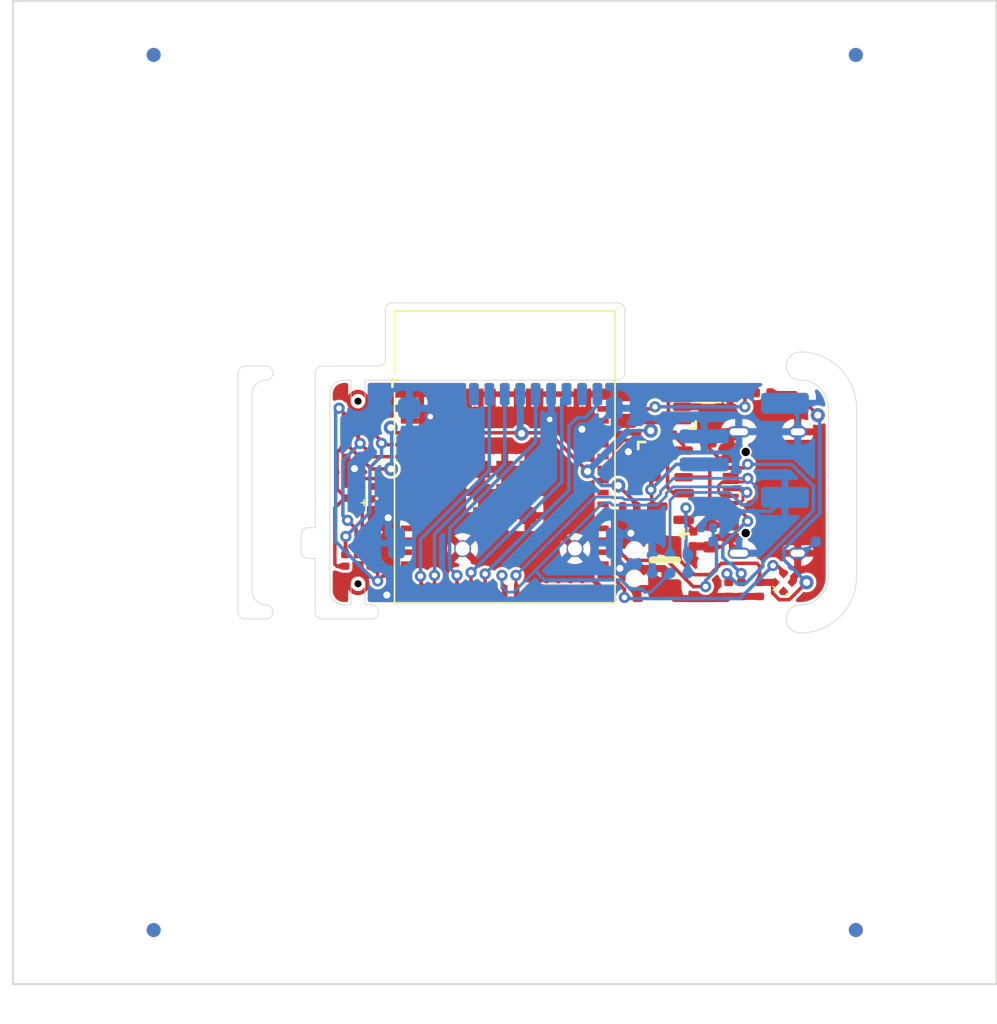
<source format=kicad_pcb>
(kicad_pcb (version 20240108) (generator "pcbnew") (generator_version "8.0")
  (title_block (title "PCB-AUDIO") (rev "1") (company "Adrian Kennard, Andrews & Arnold Ltd"))
  (layers (0 "F.Cu" signal) (31 "B.Cu" signal) (34 "B.Paste" user) (35 "F.Paste" user) (36 "B.SilkS" user "B.Silkscreen") (37 "F.SilkS" user "F.Silkscreen") (38 "B.Mask" user) (39 "F.Mask" user) (44 "Edge.Cuts" user))
  (net 0 "")
  (net 1 "GND")
  (net 2 "+3V3")
  (net 3 "Net-(J5-CC1)")
  (net 4 "D+")
  (net 5 "D-")
  (net 7 "Net-(J5-CC2)")
  (net 9 "Net-(U6-EN)")
  (net 20 "BLINK")
  (net 27 "VBAT")
  (net 37 "Net-(D3-K)")
  (net 38 "VBUS")
  (net 39 "WS")
  (net 40 "SD")
  (net 41 "SCK")
  (net 42 "Net-(U3-PROG)")
  (net 43 "CHARGING")
  (net 46 "SDSCK")
  (net 47 "SDCD")
  (net 48 "SDSS")
  (net 51 "SDMOSI")
  (net 52 "SDMISO")
  (net 54 "BUTTON")
  (net 56 "BLINK2")
  (footprint "RevK:SOT-23-5" (layer "F.Cu") (at 111.6 97.9625)
    (property "Reference" "U3" (hide yes))
    (property "Value" "TP4054")
  )
  (footprint "RevK:Shadow" (layer "F.Cu") (at 101.55 98)
    (property "Reference" "REF**" (hide yes))
    (property "Value" "Shadow")
  )
  (footprint "RevK:C_0603" (layer "F.Cu") (at 114.6 103.1 -90)
    (property "Reference" "C5" (hide yes))
    (property "Value" "10uF 35V")
  )
  (footprint "RevK:SMD1010" (layer "F.Cu") (at 90.1 100 180)
    (property "Reference" "D5" (hide yes))
    (property "Value" "XL-1010RGBC-WS2812B" (hide yes))
  )
  (footprint "RevK:VCUT70N" (layer "F.Cu") (at 100 92)
    (property "Reference" "V1" (hide yes))
    (property "Value" "~")
  )
  (footprint "RevK:C_0402" (layer "F.Cu") (at 88.7 97 90)
    (property "Reference" "C8" (hide yes))
    (property "Value" "100nF" (hide yes))
  )
  (footprint "RevK:C_0402" (layer "F.Cu") (at 90.5 103 -90)
    (property "Reference" "C13" (hide yes))
    (property "Value" "100nF" (hide yes))
  )
  (footprint "RevK:R_0402" (layer "F.Cu") (at 118.4 92.9 180)
    (property "Reference" "R2" (hide yes))
    (property "Value" "10K" (hide yes))
  )
  (footprint "RevK:CP_EIA-3528-21_Kemet-B" (layer "F.Cu") (at 111.4 105.3 90)
    (property "Reference" "C1" (hide yes))
    (property "Value" "220uF Tant")
  )
  (footprint "RevK:SOT-23-5" (layer "F.Cu") (at 111.5 93.9 180)
    (property "Reference" "U4" (hide yes))
    (property "Value" "ME6211C33M5G-N")
  )
  (footprint "RevK:C_0402" (layer "F.Cu") (at 118.15 106.9 -90)
    (property "Reference" "C4" (hide yes))
    (property "Value" "100nF" (hide yes))
  )
  (footprint "RevK:ICS43434_MEMS_Mic" (layer "F.Cu") (at 89.55 105.715 -90)
    (property "Reference" "U2" (hide yes))
    (property "Value" "R")
  )
  (footprint "RevK:USB-C-Socket-H" (layer "F.Cu") (at 117.16 100 90)
    (property "Reference" "J5" (hide yes))
    (property "Value" "USB-C-Socket-H")
  )
  (footprint "RevK:R_0402" (layer "F.Cu") (at 112.5 95.9 180)
    (property "Reference" "R1" (hide yes))
    (property "Value" "10K" (hide yes))
  )
  (footprint "RevK:SMD1010" (layer "F.Cu") (at 119.847638 106.4 135)
    (property "Reference" "D1" (hide yes))
    (property "Value" "XL-1010RGBC-WS2812B" (hide yes))
  )
  (footprint "RevK:C_0402" (layer "F.Cu") (at 116.55 92.9 180)
    (property "Reference" "C9" (hide yes))
    (property "Value" "1uF" (hide yes))
  )
  (footprint "RevK:D_SOD-123" (layer "F.Cu") (at 114.5 94.7 -90)
    (property "Reference" "D3" (hide yes))
    (property "Value" "MBR0530")
  )
  (footprint "RevK:DFN1006-2L" (layer "F.Cu") (at 109 98.525 -90)
    (property "Reference" "D2" (hide yes))
    (property "Value" "~")
  )
  (footprint "RevK:PCB7070" (layer "F.Cu") (at 100 100)
    (property "Reference" "PCB1" (hide yes))
    (property "Value" "70x70" (hide yes))
    (fp_line (start -35 -35) (end 35 -35) (stroke (width 0.12)) (layer "Edge.Cuts"))
    (fp_line (start -35 35) (end -35 -35) (stroke (width 0.12)) (layer "Edge.Cuts"))
    (fp_line (start 35 -35) (end 35 35) (stroke (width 0.12)) (layer "Edge.Cuts"))
    (fp_line (start 35 35) (end -35 35) (stroke (width 0.12)) (layer "Edge.Cuts"))
  )
  (footprint "RevK:C_0603" (layer "F.Cu") (at 109.2 102.2 180)
    (property "Reference" "C3" (hide yes))
    (property "Value" "22uF")
  )
  (footprint "RevK:R_0402" (layer "F.Cu") (at 116.85 106.9 -90)
    (property "Reference" "R5" (hide yes))
    (property "Value" "5K1" (hide yes))
  )
  (footprint "RevK:ICS43434_MEMS_Mic" (layer "F.Cu") (at 89.55 94.285 90)
    (property "Reference" "U1" (hide yes))
    (property "Value" "L")
  )
  (footprint "RevK:C_0402" (layer "F.Cu") (at 108.9 101 180)
    (property "Reference" "C2" (hide yes))
    (property "Value" "100nF" (hide yes))
  )
  (footprint "RevK:R_0402" (layer "F.Cu") (at 115.95 106.9 90)
    (property "Reference" "R6" (hide yes))
    (property "Value" "5K1" (hide yes))
  )
  (footprint "RevK:SOT-23" (layer "F.Cu") (at 111.8 101 180)
    (property "Reference" "Q2" (hide yes))
    (property "Value" "CJ2301")
  )
  (footprint "RevK:C_0805" (layer "F.Cu") (at 108.7 93.85 90)
    (property "Reference" "C16" (hide yes))
    (property "Value" "100uF")
  )
  (footprint "RevK:C_0402" (layer "F.Cu") (at 88.7 99.9 90)
    (property "Reference" "C6" (hide yes))
    (property "Value" "100nF" (hide yes))
  )
  (footprint "RevK:R_0402" (layer "F.Cu") (at 113.4 103.3 -90)
    (property "Reference" "R8" (hide yes))
    (property "Value" "10K" (hide yes))
  )
  (footprint "RevK:ESP32-S3-MINI-1" (layer "F.Cu") (at 100 100)
    (property "Reference" "U6" (hide yes))
    (property "Value" "ESP32-S3-MINI-1" (hide yes))
  )
  (footprint "RevK:DFN1006-2L" (layer "B.Cu") (at 114.4 102.5 180)
    (property "Reference" "D4" (hide yes))
    (property "Value" "~")
  )
  (footprint "RevK:TF_PUSH" (layer "B.Cu") (at 100.05 100.75 180)
    (property "Reference" "J4" (hide yes))
    (property "Value" "TF_PUSH")
  )
  (footprint "RevK:TS-1092S-B3D2-G" (layer "B.Cu") (at 118.5 103.5 180)
    (property "Reference" "SW1" (hide yes))
    (property "Value" "SW_Push")
  )
  (footprint "RevK:VCUT70N" (layer "B.Cu") (at 100 108)
    (property "Reference" "V2" (hide yes))
    (property "Value" "~")
  )
  (footprint "RevK:Tag-Connect_TC2030-IDC-NL_2x03_P1.27mm_Vertical" (layer "B.Cu") (at 111.77 105.1 180)
    (property "Reference" "J3" (hide yes))
    (property "Value" "TC2030-USB-NL-DS")
  )
  (footprint "RevK:JST_PH_S2B-PH-SM4-TB_1x02-1MP_P2.00mm_Horizontal" (layer "B.Cu") (at 117.05 97 -90)
    (property "Reference" "J1" (hide yes))
    (property "Value" "JST-PH-SM4-TB")
  )
  (gr_arc (start 82 93) (mid 82.292893 92.292893) (end 83 92) (stroke (width 0.05)) (layer "Edge.Cuts"))
  (gr_line (start 108.55 87) (end 108.55 91.5) (stroke (width 0.05)) (layer "Edge.Cuts"))
  (gr_line (start 90.525 108.000001) (end 90.05 108) (stroke (width 0.05)) (layer "Edge.Cuts"))
  (gr_line (start 89.05 93.5) (end 89.05 92) (stroke (width 0.05)) (layer "Edge.Cuts"))
  (gr_line (start 86.5 102.5) (end 86.5 91.5) (stroke (width 0.05)) (layer "Edge.Cuts"))
  (gr_arc (start 91.5 90.5) (mid 91.353553 90.853553) (end 91 91) (stroke (width 0.05)) (layer "Edge.Cuts"))
  (gr_arc (start 121.05 110) (mid 120.05 109) (end 121.05 108) (stroke (width 0.05)) (layer "Edge.Cuts"))
  (gr_line (start 90.5 109.000624) (end 87 109) (stroke (width 0.05)) (layer "Edge.Cuts"))
  (gr_arc (start 90.05 93.5) (mid 89.55 94) (end 89.05 93.5) (stroke (width 0.05)) (layer "Edge.Cuts"))
  (gr_line (start 90.05 106.5) (end 90.05 108) (stroke (width 0.05)) (layer "Edge.Cuts"))
  (gr_arc (start 89.05 106.5) (mid 89.55 106) (end 90.05 106.5) (stroke (width 0.05)) (layer "Edge.Cuts"))
  (gr_line (start 87.55 93) (end 87.55 107) (stroke (width 0.05)) (layer "Edge.Cuts"))
  (gr_line (start 82 107) (end 82 93) (stroke (width 0.05)) (layer "Edge.Cuts"))
  (gr_arc (start 91.5 87) (mid 91.646447 86.646447) (end 92 86.5) (stroke (width 0.05)) (layer "Edge.Cuts"))
  (gr_arc (start 87 109) (mid 86.646447 108.853553) (end 86.5 108.5) (stroke (width 0.05)) (layer "Edge.Cuts"))
  (gr_arc (start 83 108) (mid 83.5 108.5) (end 83 109) (stroke (width 0.05)) (layer "Edge.Cuts"))
  (gr_arc (start 88.55 108) (mid 87.842893 107.707107) (end 87.55 107) (stroke (width 0.05)) (layer "Edge.Cuts"))
  (gr_line (start 83 91) (end 81.5 91) (stroke (width 0.05)) (layer "Edge.Cuts"))
  (gr_arc (start 83 91) (mid 83.5 91.5) (end 83 92) (stroke (width 0.05)) (layer "Edge.Cuts"))
  (gr_arc (start 125.05 106) (mid 123.878427 108.828427) (end 121.05 110) (stroke (width 0.05)) (layer "Edge.Cuts"))
  (gr_arc (start 108.05 86.5) (mid 108.403553 86.646447) (end 108.55 87) (stroke (width 0.05)) (layer "Edge.Cuts"))
  (gr_arc (start 121.05 92) (mid 122.464214 92.585786) (end 123.05 94) (stroke (width 0.05)) (layer "Edge.Cuts"))
  (gr_line (start 89.05 108) (end 88.55 108) (stroke (width 0.05)) (layer "Edge.Cuts"))
  (gr_line (start 81 108.5) (end 81 91.5) (stroke (width 0.05)) (layer "Edge.Cuts"))
  (gr_arc (start 86.5 91.5) (mid 86.599831 91.200226) (end 86.859458 91.020159) (stroke (width 0.05)) (layer "Edge.Cuts"))
  (gr_line (start 86.5 102.5) (end 86 102.5) (stroke (width 0.05)) (layer "Edge.Cuts"))
  (gr_line (start 86 104.7) (end 86.5 104.7) (stroke (width 0.05)) (layer "Edge.Cuts"))
  (gr_line (start 85.5 103) (end 85.5 104.2) (stroke (width 0.05)) (layer "Edge.Cuts"))
  (gr_line (start 91 91) (end 86.859458 91.020159) (stroke (width 0.05)) (layer "Edge.Cuts"))
  (gr_arc (start 85.5 103) (mid 85.646447 102.646447) (end 86 102.5) (stroke (width 0.05)) (layer "Edge.Cuts"))
  (gr_line (start 89.05 106.5) (end 89.05 108) (stroke (width 0.05)) (layer "Edge.Cuts"))
  (gr_arc (start 83 108) (mid 82.292893 107.707107) (end 82 107) (stroke (width 0.05)) (layer "Edge.Cuts"))
  (gr_arc (start 87.55 93) (mid 87.842893 92.292893) (end 88.55 92) (stroke (width 0.05)) (layer "Edge.Cuts"))
  (gr_arc (start 121.05 92) (mid 120.05 91) (end 121.05 90) (stroke (width 0.05)) (layer "Edge.Cuts"))
  (gr_arc (start 123.05 106) (mid 122.464214 107.414214) (end 121.05 108) (stroke (width 0.05)) (layer "Edge.Cuts"))
  (gr_arc (start 86 104.7) (mid 85.646447 104.553553) (end 85.5 104.2) (stroke (width 0.05)) (layer "Edge.Cuts"))
  (gr_line (start 123.05 94) (end 123.05 106) (stroke (width 0.05)) (layer "Edge.Cuts"))
  (gr_line (start 86.5 104.7) (end 86.5 108.5) (stroke (width 0.05)) (layer "Edge.Cuts"))
  (gr_line (start 89.05 92) (end 88.55 92) (stroke (width 0.05)) (layer "Edge.Cuts"))
  (gr_line (start 90.05 92) (end 108.05 92) (stroke (width 0.05)) (layer "Edge.Cuts"))
  (gr_line (start 81.5 109) (end 83 109) (stroke (width 0.05)) (layer "Edge.Cuts"))
  (gr_line (start 92 86.5) (end 108.05 86.5) (stroke (width 0.05)) (layer "Edge.Cuts"))
  (gr_line (start 125.05 106) (end 125.05 94) (stroke (width 0.05)) (layer "Edge.Cuts"))
  (gr_arc (start 121.05 90) (mid 123.878427 91.171573) (end 125.05 94) (stroke (width 0.05)) (layer "Edge.Cuts"))
  (gr_line (start 91.5 87) (end 91.5 90.5) (stroke (width 0.05)) (layer "Edge.Cuts"))
  (gr_line (start 90.05 93.5) (end 90.05 92) (stroke (width 0.05)) (layer "Edge.Cuts"))
  (gr_arc (start 81 91.5) (mid 81.146447 91.146447) (end 81.5 91) (stroke (width 0.05)) (layer "Edge.Cuts"))
  (gr_arc (start 81.5 109) (mid 81.146447 108.853553) (end 81 108.5) (stroke (width 0.05)) (layer "Edge.Cuts"))
  (gr_arc (start 90.525 108.000001) (mid 91.000467 108.512504) (end 90.5 109.000624) (stroke (width 0.05)) (layer "Edge.Cuts"))
  (gr_arc (start 108.55 91.5) (mid 108.403553 91.853553) (end 108.05 92) (stroke (width 0.05)) (layer "Edge.Cuts"))
  (segment (start 110.4625 97.9625) (end 109.1375 97.9625) (width 0.25) (layer "F.Cu") (net 1))
  (segment (start 120.448679 106.4) (end 120.448679 105.976217) (width 0.25) (layer "F.Cu") (net 1))
  (segment (start 120.86 105.564896) (end 120.86 104.32) (width 0.25) (layer "F.Cu") (net 1))
  (segment (start 116.09 96.26) (end 116.67 95.68) (width 0.25) (layer "F.Cu") (net 1))
  (segment (start 112.1125 107.55) (end 115.8 107.55) (width 0.5) (layer "F.Cu") (net 1))
  (segment (start 115.8 107.55) (end 115.95 107.4) (width 0.5) (layer "F.Cu") (net 1))
  (segment (start 116.09 96.8) (end 116.09 96.26) (width 0.25) (layer "F.Cu") (net 1))
  (segment (start 88.7 98.9) (end 89.3 98.3) (width 0.25) (layer "F.Cu") (net 1))
  (segment (start 88.7 99.4) (end 88.7 98.9) (width 0.25) (layer "F.Cu") (net 1))
  (segment (start 116.09 103.74) (end 116.67 104.32) (width 0.25) (layer "F.Cu") (net 1))
  (segment (start 108.425 102.346231) (end 108.978474 102.899705) (width 0.5) (layer "F.Cu") (net 1))
  (segment (start 109 97.3) (end 108.8 97.1) (width 0.5) (layer "F.Cu") (net 1))
  (segment (start 91 102.5) (end 91.7 101.8) (width 0.5) (layer "F.Cu") (net 1))
  (segment (start 108.316 105.284) (end 108.2 105.4) (width 0.25) (layer "F.Cu") (net 1))
  (segment (start 91.8 107) (end 91.6 107.2) (width 0.5) (layer "F.Cu") (net 1))
  (segment (start 109.1375 97.9625) (end 109 98.1) (width 0.25) (layer "F.Cu") (net 1))
  (segment (start 111.4 106.8375) (end 109.8465 105.284) (width 0.25) (layer "F.Cu") (net 1))
  (segment (start 120.448679 105.976217) (end 120.86 105.564896) (width 0.25) (layer "F.Cu") (net 1))
  (segment (start 90.5 102.5) (end 91 102.5) (width 0.5) (layer "F.Cu") (net 1))
  (segment (start 109.8465 105.284) (end 108.316 105.284) (width 0.25) (layer "F.Cu") (net 1))
  (segment (start 113.325 95.575) (end 116.565 95.575) (width 0.25) (layer "F.Cu") (net 1))
  (segment (start 113 95.9) (end 113.325 95.575) (width 0.25) (layer "F.Cu") (net 1))
  (segment (start 108.425 102.2) (end 108.425 102.346231) (width 0.5) (layer "F.Cu") (net 1))
  (segment (start 91.6 107.2) (end 91.6 107.3) (width 0.5) (layer "F.Cu") (net 1))
  (segment (start 116.565 95.575) (end 116.67 95.68) (width 0.25) (layer "F.Cu") (net 1))
  (segment (start 111.4 106.8375) (end 112.1125 107.55) (width 0.5) (layer "F.Cu") (net 1))
  (segment (start 115.415 103.875) (end 116.09 103.2) (width 0.25) (layer "F.Cu") (net 1))
  (segment (start 109 98.1) (end 109 97.3) (width 0.5) (layer "F.Cu") (net 1))
  (segment (start 93 107) (end 91.8 107) (width 0.5) (layer "F.Cu") (net 1))
  (segment (start 116.09 103.2) (end 116.09 103.74) (width 0.25) (layer "F.Cu") (net 1))
  (segment (start 114.6 103.875) (end 115.415 103.875) (width 0.25) (layer "F.Cu") (net 1))
  (via (at 103.2 94.8) (size 0.8) (drill 0.4) (layers "F.Cu" "B.Cu") (net 1))
  (via (at 105.5 95.5) (size 1) (drill 0.5) (layers "F.Cu" "B.Cu") (net 1))
  (via (at 91.6 107.3) (size 1) (drill 0.5) (layers "F.Cu" "B.Cu") (net 1))
  (via (at 108.8 97.1) (size 1) (drill 0.5) (layers "F.Cu" "B.Cu") (net 1))
  (via (at 91.7 101.8) (size 1) (drill 0.5) (layers "F.Cu" "B.Cu") (net 1))
  (via (at 108.2 105.4) (size 1) (drill 0.5) (layers "F.Cu" "B.Cu") (net 1))
  (via (at 108.978474 102.899705) (size 1) (drill 0.5) (layers "F.Cu" "B.Cu") (net 1))
  (via (at 94.7 94.6) (size 0.8) (drill 0.4) (layers "F.Cu" "B.Cu") (net 1))
  (via (at 89.3 98.3) (size 1) (drill 0.5) (layers "F.Cu" "B.Cu") (net 1))
  (segment (start 121.33 104.32) (end 122.15 103.5) (width 0.25) (layer "B.Cu") (net 1))
  (segment (start 108.978474 102.899705) (end 108.500295 102.899705) (width 0.5) (layer "B.Cu") (net 1))
  (segment (start 120.86 95.68) (end 120.86 94.56) (width 0.25) (layer "B.Cu") (net 1))
  (segment (start 108.500295 102.899705) (end 107.8 103.6) (width 0.5) (layer "B.Cu") (net 1))
  (segment (start 119.95 100.35) (end 118.973703 101.326297) (width 0.25) (layer "B.Cu") (net 1))
  (segment (start 91.7 101.8) (end 91.7 103) (width 0.5) (layer "B.Cu") (net 1))
  (segment (start 92.100001 94) (end 93.2 94) (width 0.25) (layer "B.Cu") (net 1))
  (segment (start 90.427474 97.172526) (end 90.427474 95.672527) (width 0.25) (layer "B.Cu") (net 1))
  (segment (start 114.823704 101.326297) (end 113.975 102.175001) (width 0.25) (layer "B.Cu") (net 1))
  (segment (start 108.2 104) (end 107.8 103.6) (width 0.25) (layer "B.Cu") (net 1))
  (segment (start 120.86 94.56) (end 119.95 93.65) (width 0.25) (layer "B.Cu") (net 1))
  (segment (start 91.6 107.3) (end 91.7 107.2) (width 0.5) (layer "B.Cu") (net 1))
  (segment (start 91.7 107.2) (end 93.8 107.2) (width 0.5) (layer "B.Cu") (net 1))
  (segment (start 106.3 95.5) (end 105.5 95.5) (width 0.25) (layer "B.Cu") (net 1))
  (segment (start 90.427474 95.672527) (end 92.100001 94) (width 0.25) (layer "B.Cu") (net 1))
  (segment (start 107.8 94) (end 106.3 95.5) (width 0.25) (layer "B.Cu") (net 1))
  (segment (start 91.7 103) (end 92.3 103.6) (width 0.5) (layer "B.Cu") (net 1))
  (segment (start 113.975 102.175001) (end 113.975 102.5) (width 0.25) (layer "B.Cu") (net 1))
  (segment (start 89.3 98.3) (end 90.427474 97.172526) (width 0.25) (layer "B.Cu") (net 1))
  (segment (start 118.973703 101.326297) (end 114.823704 101.326297) (width 0.25) (layer "B.Cu") (net 1))
  (segment (start 120.86 104.32) (end 121.33 104.32) (width 0.25) (layer "B.Cu") (net 1))
  (segment (start 108.2 105.4) (end 108.2 104) (width 0.25) (layer "B.Cu") (net 1))
  (segment (start 111.4 103.7625) (end 113.4875 105.85) (width 0.25) (layer "F.Cu") (net 2))
  (segment (start 88.977474 96.80261) (end 90.499864 98.325) (width 0.25) (layer "F.Cu") (net 2))
  (segment (start 110.3625 95.5625) (end 110.4 95.6) (width 0.25) (layer "F.Cu") (net 2))
  (segment (start 88.7 95.624) (end 88.65 95.574) (width 0.25) (layer "F.Cu") (net 2))
  (segment (start 119.076891 107.161235) (end 119.076891 106.569706) (width 0.25) (layer "F.Cu") (net 2))
  (segment (start 109.4 100.820935) (end 108.08639 99.507325) (width 0.25) (layer "F.Cu") (net 2))
  (segment (start 110.3625 94.85) (end 108.75 94.85) (width 0.25) (layer "F.Cu") (net 2))
  (segment (start 109.975 102.3375) (end 111.4 103.7625) (width 0.5) (layer "F.Cu") (net 2))
  (segment (start 121.48809 106.4) (end 120.260728 107.627362) (width 0.25) (layer "F.Cu") (net 2))
  (segment (start 119.076891 106.569706) (end 119.246597 106.4) (width 0.25) (layer "F.Cu") (net 2))
  (segment (start 115.42566 105.045) (end 117.955 105.045) (width 0.25) (layer "F.Cu") (net 2))
  (segment (start 118.15 105.24) (end 118.15 106.4) (width 0.25) (layer "F.Cu") (net 2))
  (segment (start 120.697102 92.9) (end 122.290792 94.49369) (width 0.25) (layer "F.Cu") (net 2))
  (segment (start 103.149998 95.75) (end 105.899998 98.5) (width 0.25) (layer "F.Cu") (net 2))
  (segment (start 88.7 96.5) (end 88.7 95.624) (width 0.25) (layer "F.Cu") (net 2))
  (segment (start 88.575 100.425) (end 88.5 100.5) (width 0.25) (layer "F.Cu") (net 2))
  (segment (start 109.975 102.2) (end 109.975 102.3375) (width 0.5) (layer "F.Cu") (net 2))
  (segment (start 87.9 105.1) (end 87.9 101.1) (width 0.25) (layer "F.Cu") (net 2))
  (segment (start 114.62066 105.85) (end 115.42566 105.045) (width 0.25) (layer "F.Cu") (net 2))
  (segment (start 89.575 100.425) (end 88.575 100.425) (width 0.25) (layer "F.Cu") (net 2))
  (segment (start 109.4 101) (end 109.4 101.625) (width 0.5) (layer "F.Cu") (net 2))
  (segment (start 88.055 98.5) (end 88.115 98.56) (width 0.25) (layer "F.Cu") (net 2))
  (segment (start 91.665 98.56) (end 91.9 98.325) (width 0.25) (layer "F.Cu") (net 2))
  (segment (start 109.4 101.625) (end 109.975 102.2) (width 0.5) (layer "F.Cu") (net 2))
  (segment (start 108.75 94.85) (end 108.7 94.9) (width 0.25) (layer "F.Cu") (net 2))
  (segment (start 113.4875 105.85) (end 114.62066 105.85) (width 0.25) (layer "F.Cu") (net 2))
  (segment (start 88.055 99.755) (end 88.055 98.8) (width 0.25) (layer "F.Cu") (net 2))
  (segment (start 88.7 100.4) (end 88.055 99.755) (width 0.25) (layer "F.Cu") (net 2))
  (segment (start 89.855 100.705) (end 89.855 102.855) (width 0.25) (layer "F.Cu") (net 2))
  (segment (start 88.055 97.145) (end 88.7 96.5) (width 0.25) (layer "F.Cu") (net 2))
  (segment (start 88.7 96.5) (end 88.977474 96.777474) (width 0.25) (layer "F.Cu") (net 2))
  (segment (start 92.25 95.75) (end 91.883364 95.383364) (width 0.25) (layer "F.Cu") (net 2))
  (segment (start 93 95.75) (end 103.149998 95.75) (width 0.25) (layer "F.Cu") (net 2))
  (segment (start 109.4 101) (end 109.4 100.820935) (width 0.25) (layer "F.Cu") (net 2))
  (segment (start 119.543018 107.627362) (end 119.076891 107.161235) (width 0.25) (layer "F.Cu") (net 2))
  (segment (start 118.9 92.9) (end 120.697102 92.9) (width 0.25) (layer "F.Cu") (net 2))
  (segment (start 90.499864 98.325) (end 91.9 98.325) (width 0.25) (layer "F.Cu") (net 2))
  (segment (start 87.9 101.1) (end 88.5 100.5) (width 0.25) (layer "F.Cu") (net 2))
  (segment (start 88.977474 96.777474) (end 88.977474 96.80261) (width 0.25) (layer "F.Cu") (net 2))
  (segment (start 90.5 103.5) (end 90.5 104.376) (width 0.25) (layer "F.Cu") (net 2))
  (segment (start 88.055 98.8) (end 88.055 97.145) (width 0.25) (layer "F.Cu") (net 2))
  (segment (start 89.575 100.425) (end 89.855 100.705) (width 0.25) (layer "F.Cu") (net 2))
  (segment (start 89.855 102.855) (end 90.5 103.5) (width 0.25) (layer "F.Cu") (net 2))
  (segment (start 120.260728 107.627362) (end 119.543018 107.627362) (width 0.25) (layer "F.Cu") (net 2))
  (segment (start 88.055 98.8) (end 88.055 98.5) (width 0.25) (layer "F.Cu") (net 2))
  (segment (start 117.955 105.045) (end 118.15 105.24) (width 0.25) (layer "F.Cu") (net 2))
  (segment (start 90.5 104.376) (end 90.45 104.426) (width 0.25) (layer "F.Cu") (net 2))
  (segment (start 118.15 106.4) (end 119.246597 106.4) (width 0.5) (layer "F.Cu") (net 2))
  (segment (start 88.65 105.248) (end 88.048 105.248) (width 0.25) (layer "F.Cu") (net 2))
  (segment (start 88.048 105.248) (end 87.9 105.1) (width 0.25) (layer "F.Cu") (net 2))
  (segment (start 93 95.75) (end 92.25 95.75) (width 0.25) (layer "F.Cu") (net 2))
  (segment (start 110.3625 94.85) (end 110.3625 95.5625) (width 0.25) (layer "F.Cu") (net 2))
  (via (at 122.290792 94.49369) (size 1) (drill 0.5) (layers "F.Cu" "B.Cu") (net 2))
  (via (at 91.883364 95.383364) (size 1) (drill 0.5) (layers "F.Cu" "B.Cu") (net 2))
  (via (at 105.899998 98.5) (size 1) (drill 0.5) (layers "F.Cu" "B.Cu") (net 2))
  (via (at 108.08639 99.507325) (size 1) (drill 0.5) (layers "F.Cu" "B.Cu") (net 2))
  (via (at 91.9 98.325) (size 1) (drill 0.5) (layers "F.Cu" "B.Cu") (net 2))
  (via (at 101.2 95.8) (size 1) (drill 0.5) (layers "F.Cu" "B.Cu") (net 2))
  (via (at 121.48809 106.4) (size 1) (drill 0.5) (layers "F.Cu" "B.Cu") (net 2))
  (via (at 110.4 95.6) (size 1) (drill 0.5) (layers "F.Cu" "B.Cu") (net 2))
  (segment (start 122.425 94.627898) (end 122.425 101.479695) (width 0.25) (layer "B.Cu") (net 2))
  (segment (start 105.899998 98.5) (end 108.751465 95.648533) (width 0.5) (layer "B.Cu") (net 2))
  (segment (start 119.885 104.019695) (end 119.885 104.79691) (width 0.25) (layer "B.Cu") (net 2))
  (segment (start 101.1 93) (end 101.1 95.7) (width 0.5) (layer "B.Cu") (net 2))
  (segment (start 91.95 95.45) (end 91.883364 95.383364) (width 0.25) (layer "B.Cu") (net 2))
  (segment (start 108.799998 95.6) (end 105.899998 98.5) (width 0.25) (layer "B.Cu") (net 2))
  (segment (start 122.425 101.479695) (end 119.885 104.019695) (width 0.25) (layer "B.Cu") (net 2))
  (segment (start 122.290792 94.49369) (end 122.425 94.627898) (width 0.25) (layer "B.Cu") (net 2))
  (segment (start 91.95 98.275) (end 91.95 95.45) (width 0.25) (layer "B.Cu") (net 2))
  (segment (start 119.885 104.79691) (end 121.48809 106.4) (width 0.25) (layer "B.Cu") (net 2))
  (segment (start 101.1 95.7) (end 101.2 95.8) (width 0.5) (layer "B.Cu") (net 2))
  (segment (start 110.4 95.6) (end 108.799998 95.6) (width 0.25) (layer "B.Cu") (net 2))
  (segment (start 108.08639 99.507325) (end 106.907323 99.507325) (width 0.25) (layer "B.Cu") (net 2))
  (segment (start 91.9 98.325) (end 91.95 98.275) (width 0.25) (layer "B.Cu") (net 2))
  (segment (start 106.907323 99.507325) (end 105.899998 98.5) (width 0.25) (layer "B.Cu") (net 2))
  (segment (start 117.294365 101.816601) (end 117.294365 102.051297) (width 0.25) (layer "F.Cu") (net 3))
  (segment (start 116.727764 101.25) (end 117.294365 101.816601) (width 0.25) (layer "F.Cu") (net 3))
  (segment (start 116.85 106.4) (end 116.85 105.78403) (width 0.25) (layer "F.Cu") (net 3))
  (segment (start 116.09 101.25) (end 116.727764 101.25) (width 0.25) (layer "F.Cu") (net 3))
  (segment (start 116.85 105.78403) (end 116.83597 105.77) (width 0.25) (layer "F.Cu") (net 3))
  (via (at 116.83597 105.77) (size 0.8) (drill 0.4) (layers "F.Cu" "B.Cu") (net 3))
  (via (at 117.294365 102.051297) (size 0.8) (drill 0.4) (layers "F.Cu" "B.Cu") (net 3))
  (segment (start 116.11097 105.045) (end 115.952056 105.045) (width 0.25) (layer "B.Cu") (net 3))
  (segment (start 115.525 104.617944) (end 115.525 103.747183) (width 0.25) (layer "B.Cu") (net 3))
  (segment (start 115.525 103.747183) (end 117.220886 102.051297) (width 0.25) (layer "B.Cu") (net 3))
  (segment (start 116.83597 105.77) (end 116.11097 105.045) (width 0.25) (layer "B.Cu") (net 3))
  (segment (start 117.220886 102.051297) (end 117.294365 102.051297) (width 0.25) (layer "B.Cu") (net 3))
  (segment (start 115.952056 105.045) (end 115.525 104.617944) (width 0.25) (layer "B.Cu") (net 3))
  (segment (start 116.09 99.25) (end 115.48759 99.25) (width 0.2) (layer "F.Cu") (net 4))
  (segment (start 115.48759 99.25) (end 115.22 99.51759) (width 0.2) (layer "F.Cu") (net 4))
  (segment (start 115.22 99.98241) (end 115.48759 100.25) (width 0.2) (layer "F.Cu") (net 4))
  (segment (start 100.8 106.95) (end 100.85 107) (width 0.2) (layer "F.Cu") (net 4))
  (segment (start 115.48759 100.25) (end 116.09 100.25) (width 0.2) (layer "F.Cu") (net 4))
  (segment (start 115.22 99.51759) (end 115.22 99.98241) (width 0.2) (layer "F.Cu") (net 4))
  (segment (start 116.09 99.25) (end 117.044497 99.25) (width 0.2) (layer "F.Cu") (net 4))
  (segment (start 117.044497 99.25) (end 117.300382 98.994115) (width 0.2) (layer "F.Cu") (net 4))
  (segment (start 100.8 105.9) (end 100.8 106.95) (width 0.2) (layer "F.Cu") (net 4))
  (via (at 100.8 105.9) (size 0.8) (drill 0.4) (layers "F.Cu" "B.Cu") (net 4))
  (via (at 117.300382 98.994115) (size 0.8) (drill 0.4) (layers "F.Cu" "B.Cu") (net 4))
  (segment (start 100.8 105.9) (end 106.375 100.325) (width 0.2) (layer "B.Cu") (net 4))
  (segment (start 107.679069 100.325) (end 107.732709 100.37864) (width 0.2) (layer "B.Cu") (net 4))
  (segment (start 117.3 100.875) (end 116.876042 100.875) (width 0.25) (layer "B.Cu") (net 4))
  (segment (start 112.006925 98.994115) (end 117.300382 98.994115) (width 0.2) (layer "B.Cu") (net 4))
  (segment (start 116.001041 100) (end 112.321321 100) (width 0.2) (layer "B.Cu") (net 4))
  (segment (start 116.876042 100.875) (end 116.500521 100.499479) (width 0.25) (layer "B.Cu") (net 4))
  (segment (start 117.95 99.643733) (end 117.300382 98.994115) (width 0.2) (layer "B.Cu") (net 4))
  (segment (start 111.77 100.551321) (end 111.77 104.465) (width 0.2) (layer "B.Cu") (net 4))
  (segment (start 111.1 99.90104) (end 112.006925 98.994115) (width 0.2) (layer "B.Cu") (net 4))
  (segment (start 110.68995 100.5) (end 111.1 100.08995) (width 0.2) (layer "B.Cu") (net 4))
  (segment (start 112.321321 100) (end 111.77 100.551321) (width 0.2) (layer "B.Cu") (net 4))
  (segment (start 117.3 100.875) (end 117.473959 100.875) (width 0.2) (layer "B.Cu") (net 4))
  (segment (start 108.516811 100.5) (end 110.68995 100.5) (width 0.2) (layer "B.Cu") (net 4))
  (segment (start 117.473959 100.875) (end 117.95 100.398959) (width 0.2) (layer "B.Cu") (net 4))
  (segment (start 116.500521 100.499479) (end 116.001041 100) (width 0.2) (layer "B.Cu") (net 4))
  (segment (start 108.395451 100.37864) (end 108.516811 100.5) (width 0.2) (layer "B.Cu") (net 4))
  (segment (start 106.375 100.325) (end 107.679069 100.325) (width 0.2) (layer "B.Cu") (net 4))
  (segment (start 117.95 100.398959) (end 117.95 99.643733) (width 0.2) (layer "B.Cu") (net 4))
  (segment (start 107.732709 100.37864) (end 108.395451 100.37864) (width 0.2) (layer "B.Cu") (net 4))
  (segment (start 111.1 100.08995) (end 111.1 99.90104) (width 0.2) (layer "B.Cu") (net 4))
  (segment (start 116.75 100.75) (end 116.09 100.75) (width 0.2) (layer "F.Cu") (net 5))
  (segment (start 116.96 100.01759) (end 116.96 100.54) (width 0.2) (layer "F.Cu") (net 5))
  (segment (start 116.09 99.75) (end 116.69241 99.75) (width 0.2) (layer "F.Cu") (net 5))
  (segment (start 116.96 100.54) (end 116.75 100.75) (width 0.2) (layer "F.Cu") (net 5))
  (segment (start 116.993604 99.75) (end 117.235623 99.992019) (width 0.25) (layer "F.Cu") (net 5))
  (segment (start 99.8 106.8) (end 100 107) (width 0.2) (layer "F.Cu") (net 5))
  (segment (start 116.09 99.75) (end 116.993604 99.75) (width 0.25) (layer "F.Cu") (net 5))
  (segment (start 116.69241 99.75) (end 116.96 100.01759) (width 0.2) (layer "F.Cu") (net 5))
  (segment (start 99.8 105.9) (end 99.8 106.8) (width 0.2) (layer "F.Cu") (net 5))
  (via (at 117.235623 99.992019) (size 0.8) (drill 0.4) (layers "F.Cu" "B.Cu") (net 5))
  (via (at 99.8 105.9) (size 0.8) (drill 0.4) (layers "F.Cu" "B.Cu") (net 5))
  (segment (start 111.5 100.255636) (end 110.855636 100.9) (width 0.2) (layer "B.Cu") (net 5))
  (segment (start 111.966726 99.6) (end 111.5 100.066726) (width 0.2) (layer "B.Cu") (net 5))
  (segment (start 109.766 106.866) (end 110 107.1) (width 0.25) (layer "B.Cu") (net 5))
  (segment (start 102.163603 105.563603) (end 100.627207 107.1) (width 0.2) (layer "B.Cu") (net 5))
  (segment (start 107.513384 100.725) (end 107.002207 100.725) (width 0.2) (layer "B.Cu") (net 5))
  (segment (start 116.734882 99.6) (end 117.234882 100.1) (width 0.25) (layer "B.Cu") (net 5))
  (segment (start 110.405 107.1) (end 111.77 105.735) (width 0.2) (layer "B.Cu") (net 5))
  (segment (start 100.627207 107.1) (end 100.5 107.1) (width 0.2) (layer "B.Cu") (net 5))
  (segment (start 102.163603 105.563603) (end 102.825 106.225) (width 0.25) (layer "B.Cu") (net 5))
  (segment (start 100.5 107.1) (end 100.2 107.1) (width 0.2) (layer "B.Cu") (net 5))
  (segment (start 110.855636 100.9) (end 107.688384 100.9) (width 0.2) (layer "B.Cu") (net 5))
  (segment (start 110 107.1) (end 110.405 107.1) (width 0.2) (layer "B.Cu") (net 5))
  (segment (start 100.2 107.1) (end 99.8 106.7) (width 0.2) (layer "B.Cu") (net 5))
  (segment (start 116.324129 99.6) (end 111.966726 99.6) (width 0.2) (layer "B.Cu") (net 5))
  (segment (start 111.5 100.066726) (end 111.5 100.255636) (width 0.2) (layer "B.Cu") (net 5))
  (segment (start 107.688384 100.9) (end 107.513384 100.725) (width 0.2) (layer "B.Cu") (net 5))
  (segment (start 102.825 106.225) (end 108.27834 106.225) (width 0.25) (layer "B.Cu") (net 5))
  (segment (start 107.002207 100.725) (end 102.163603 105.563603) (width 0.2) (layer "B.Cu") (net 5))
  (segment (start 108.91934 106.866) (end 109.766 106.866) (width 0.25) (layer "B.Cu") (net 5))
  (segment (start 116.324129 99.6) (end 116.734882 99.6) (width 0.25) (layer "B.Cu") (net 5))
  (segment (start 99.8 106.7) (end 99.8 105.9) (width 0.2) (layer "B.Cu") (net 5))
  (segment (start 108.27834 106.225) (end 108.91934 106.866) (width 0.25) (layer "B.Cu") (net 5))
  (segment (start 116.09 98.25) (end 117.044111 98.25) (width 0.25) (layer "F.Cu") (net 7))
  (segment (start 115.95 105.909336) (end 115.819801 105.779137) (width 0.25) (layer "F.Cu") (net 7))
  (segment (start 115.95 106.4) (end 115.95 105.909336) (width 0.25) (layer "F.Cu") (net 7))
  (segment (start 117.044111 98.25) (end 117.299998 97.994113) (width 0.25) (layer "F.Cu") (net 7))
  (via (at 117.299998 97.994113) (size 0.8) (drill 0.4) (layers "F.Cu" "B.Cu") (net 7))
  (via (at 115.819801 105.779137) (size 0.8) (drill 0.4) (layers "F.Cu" "B.Cu") (net 7))
  (segment (start 118.375 105.255742) (end 118.375 104.893299) (width 0.25) (layer "B.Cu") (net 7))
  (segment (start 121.975 99.55) (end 120.425 98) (width 0.25) (layer "B.Cu") (net 7))
  (segment (start 115.819801 105.779137) (end 115.820335 105.779137) (width 0.25) (layer "B.Cu") (net 7))
  (segment (start 117.135742 106.495) (end 118.375 105.255742) (width 0.25) (layer "B.Cu") (net 7))
  (segment (start 118.375 104.893299) (end 121.975 101.293299) (width 0.25) (layer "B.Cu") (net 7))
  (segment (start 121.975 101.293299) (end 121.975 99.55) (width 0.25) (layer "B.Cu") (net 7))
  (segment (start 120.425 98) (end 117.305885 98) (width 0.25) (layer "B.Cu") (net 7))
  (segment (start 115.820335 105.779137) (end 116.536198 106.495) (width 0.25) (layer "B.Cu") (net 7))
  (segment (start 116.536198 106.495) (end 117.135742 106.495) (width 0.25) (layer "B.Cu") (net 7))
  (segment (start 117.305885 98) (end 117.299998 97.994113) (width 0.25) (layer "B.Cu") (net 7))
  (segment (start 110.55 94.05) (end 110.7 93.9) (width 0.25) (layer "F.Cu") (net 9))
  (segment (start 117.1 93.9) (end 117.1 93.3) (width 0.25) (layer "F.Cu") (net 9))
  (segment (start 117.05 92.9) (end 117.5 92.9) (width 0.25) (layer "F.Cu") (net 9))
  (segment (start 117.1 93.3) (end 117.5 92.9) (width 0.25) (layer "F.Cu") (net 9))
  (segment (start 117.5 92.9) (end 117.9 92.9) (width 0.25) (layer "F.Cu") (net 9))
  (segment (start 107 94.05) (end 110.55 94.05) (width 0.25) (layer "F.Cu") (net 9))
  (via (at 117.1 93.9) (size 0.8) (drill 0.4) (layers "F.Cu" "B.Cu") (net 9))
  (via (at 110.7 93.9) (size 0.8) (drill 0.4) (layers "F.Cu" "B.Cu") (net 9))
  (segment (start 110.7 93.9) (end 117.1 93.9) (width 0.25) (layer "B.Cu") (net 9))
  (segment (start 107.583273 105.95) (end 108.52137 106.888097) (width 0.25) (layer "F.Cu") (net 20))
  (segment (start 119.4 105.2) (end 119.847638 105.647638) (width 0.25) (layer "F.Cu") (net 20))
  (segment (start 107 105.95) (end 107.583273 105.95) (width 0.25) (layer "F.Cu") (net 20))
  (segment (start 108.52137 106.888097) (end 108.52137 107.47201) (width 0.25) (layer "F.Cu") (net 20))
  (segment (start 119.1 105.2) (end 119.4 105.2) (width 0.25) (layer "F.Cu") (net 20))
  (via (at 108.52137 107.47201) (size 0.8) (drill 0.4) (layers "F.Cu" "B.Cu") (net 20))
  (via (at 119.1 105.2) (size 0.8) (drill 0.4) (layers "F.Cu" "B.Cu") (net 20))
  (segment (start 108.59936 107.55) (end 116.75 107.55) (width 0.25) (layer "B.Cu") (net 20))
  (segment (start 108.52137 107.47201) (end 108.59936 107.55) (width 0.25) (layer "B.Cu") (net 20))
  (segment (start 116.75 107.55) (end 119.1 105.2) (width 0.25) (layer "B.Cu") (net 20))
  (segment (start 110.4 98.975) (end 110.4625 98.9125) (width 0.25) (layer "F.Cu") (net 27))
  (segment (start 110.4625 98.9125) (end 109.0375 98.9125) (width 0.25) (layer "F.Cu") (net 27))
  (segment (start 110.4625 100.6) (end 110.8625 101) (width 0.25) (layer "F.Cu") (net 27))
  (segment (start 110.4625 98.9125) (end 110.4625 100.6) (width 0.25) (layer "F.Cu") (net 27))
  (segment (start 109.0375 98.9125) (end 109 98.95) (width 0.25) (layer "F.Cu") (net 27))
  (segment (start 110.4 99.8) (end 110.4 98.975) (width 0.25) (layer "F.Cu") (net 27))
  (via (at 110.4 99.8) (size 0.8) (drill 0.4) (layers "F.Cu" "B.Cu") (net 27))
  (segment (start 112.2 98) (end 110.4 99.8) (width 0.25) (layer "B.Cu") (net 27))
  (segment (start 114.2 98) (end 112.2 98) (width 0.25) (layer "B.Cu") (net 27))
  (segment (start 111.975001 94.85) (end 111.3 95.525001) (width 0.25) (layer "F.Cu") (net 37))
  (segment (start 111.6 96.811592) (end 111.6 99.649999) (width 0.25) (layer "F.Cu") (net 37))
  (segment (start 114.5 93.05) (end 112.7375 93.05) (width 0.25) (layer "F.Cu") (net 37))
  (segment (start 112.05 92.95) (end 112.6375 92.95) (width 0.25) (layer "F.Cu") (net 37))
  (segment (start 112.000001 100.05) (end 112.7375 100.05) (width 0.25) (layer "F.Cu") (net 37))
  (segment (start 111.65 93.35) (end 112.05 92.95) (width 0.25) (layer "F.Cu") (net 37))
  (segment (start 111.975001 94.85) (end 111.65 94.524999) (width 0.25) (layer "F.Cu") (net 37))
  (segment (start 111.3 96.511592) (end 111.6 96.811592) (width 0.25) (layer "F.Cu") (net 37))
  (segment (start 112.7375 93.05) (end 112.6375 92.95) (width 0.25) (layer "F.Cu") (net 37))
  (segment (start 111.3 95.525001) (end 111.3 96.511592) (width 0.25) (layer "F.Cu") (net 37))
  (segment (start 111.6 99.649999) (end 112.000001 100.05) (width 0.25) (layer "F.Cu") (net 37))
  (segment (start 111.65 94.524999) (end 111.65 93.35) (width 0.25) (layer "F.Cu") (net 37))
  (segment (start 112.6375 94.85) (end 111.975001 94.85) (width 0.25) (layer "F.Cu") (net 37))
  (segment (start 114.6 102.325) (end 116.015 102.325) (width 0.25) (layer "F.Cu") (net 38))
  (segment (start 114.4875 98.9125) (end 114.6 98.8) (width 0.25) (layer "F.Cu") (net 38))
  (segment (start 115.27 97.6) (end 114.6 98.27) (width 0.25) (layer "F.Cu") (net 38))
  (segment (start 113.4 102.8) (end 113.4 102.6125) (width 0.25) (layer "F.Cu") (net 38))
  (segment (start 112.9 101.7875) (end 112.7375 101.95) (width 0.25) (layer "F.Cu") (net 38))
  (segment (start 113.4 102.6125) (end 112.7375 101.95) (width 0.25) (layer "F.Cu") (net 38))
  (segment (start 113.875 102.325) (end 113.4 102.8) (width 0.25) (layer "F.Cu") (net 38))
  (segment (start 114.5 96.8) (end 115.3 97.6) (width 0.25) (layer "F.Cu") (net 38))
  (segment (start 114.6 102.325) (end 113.875 102.325) (width 0.25) (layer "F.Cu") (net 38))
  (segment (start 114.6 98.27) (end 114.6 98.8) (width 0.25) (layer "F.Cu") (net 38))
  (segment (start 112.9 101.1) (end 112.9 101.7875) (width 0.25) (layer "F.Cu") (net 38))
  (segment (start 116.09 97.6) (end 115.27 97.6) (width 0.25) (layer "F.Cu") (net 38))
  (segment (start 112.7375 98.9125) (end 114.4875 98.9125) (width 0.25) (layer "F.Cu") (net 38))
  (segment (start 114.5 96.35) (end 114.5 96.8) (width 0.25) (layer "F.Cu") (net 38))
  (segment (start 115.3 97.6) (end 116.09 97.6) (width 0.25) (layer "F.Cu") (net 38))
  (segment (start 114.6 98.8) (end 114.6 102.325) (width 0.25) (layer "F.Cu") (net 38))
  (segment (start 116.015 102.325) (end 116.09 102.4) (width 0.25) (layer "F.Cu") (net 38))
  (via (at 112.9 101.1) (size 0.8) (drill 0.4) (layers "F.Cu" "B.Cu") (net 38))
  (segment (start 113.04 105.735) (end 113.04 104.465) (width 0.25) (layer "B.Cu") (net 38))
  (segment (start 112.9 104.22) (end 112.9 101.1) (width 0.25) (layer "B.Cu") (net 38))
  (segment (start 113.04 104.465) (end 113.04 104.36) (width 0.25) (layer "B.Cu") (net 38))
  (segment (start 113.04 104.36) (end 112.9 104.22) (width 0.25) (layer "B.Cu") (net 38))
  (segment (start 88.65 104.426) (end 88.65 103.164604) (width 0.25) (layer "F.Cu") (net 39))
  (segment (start 88.65 103.164604) (end 88.685343 103.129261) (width 0.25) (layer "F.Cu") (net 39))
  (segment (start 93 96.6) (end 91.476 96.6) (width 0.25) (layer "F.Cu") (net 39))
  (segment (start 90.45 95.574) (end 91.225 96.349) (width 0.25) (layer "F.Cu") (net 39))
  (segment (start 91.476 96.6) (end 90.45 95.574) (width 0.25) (layer "F.Cu") (net 39))
  (segment (start 91.225 96.349) (end 91.225 96.493752) (width 0.25) (layer "F.Cu") (net 39))
  (via (at 88.685343 103.129261) (size 0.8) (drill 0.4) (layers "F.Cu" "B.Cu") (net 39))
  (via (at 91.225 96.493752) (size 0.8) (drill 0.4) (layers "F.Cu" "B.Cu") (net 39))
  (segment (start 88.685343 103.129261) (end 90.4 101.414604) (width 0.25) (layer "B.Cu") (net 39))
  (segment (start 90.4 101.414604) (end 90.4 98.216729) (width 0.25) (layer "B.Cu") (net 39))
  (segment (start 90.4 98.216729) (end 91.225 97.391729) (width 0.25) (layer "B.Cu") (net 39))
  (segment (start 91.225 97.391729) (end 91.225 96.493752) (width 0.25) (layer "B.Cu") (net 39))
  (segment (start 89.55 103.186396) (end 89.405 103.041396) (width 0.25) (layer "F.Cu") (net 40))
  (segment (start 89.55 96.349831) (end 89.702474 96.502305) (width 0.25) (layer "F.Cu") (net 40))
  (segment (start 89.405 103.041396) (end 89.405 102.58) (width 0.25) (layer "F.Cu") (net 40))
  (segment (start 90.650169 97.45) (end 89.702474 96.502305) (width 0.25) (layer "F.Cu") (net 40))
  (segment (start 89.55 104.426) (end 89.55 103.186396) (width 0.25) (layer "F.Cu") (net 40))
  (segment (start 89.55 95.574) (end 89.55 96.349831) (width 0.25) (layer "F.Cu") (net 40))
  (segment (start 93 97.45) (end 90.650169 97.45) (width 0.25) (layer "F.Cu") (net 40))
  (segment (start 89.405 102.58) (end 88.807149 101.982149) (width 0.25) (layer "F.Cu") (net 40))
  (via (at 89.702474 96.502305) (size 0.8) (drill 0.4) (layers "F.Cu" "B.Cu") (net 40))
  (via (at 88.807149 101.982149) (size 0.8) (drill 0.4) (layers "F.Cu" "B.Cu") (net 40))
  (segment (start 88.475 97.729779) (end 89.702474 96.502305) (width 0.25) (layer "B.Cu") (net 40))
  (segment (start 88.807149 101.982149) (end 88.475 101.65) (width 0.25) (layer "B.Cu") (net 40))
  (segment (start 88.475 101.65) (end 88.475 97.729779) (width 0.25) (layer "B.Cu") (net 40))
  (segment (start 91.301472 105.95) (end 93 105.95) (width 0.25) (layer "F.Cu") (net 41))
  (segment (start 88.65 94.45) (end 88.2 94) (width 0.25) (layer "F.Cu") (net 41))
  (segment (start 88.65 94.752) (end 88.65 94.45) (width 0.25) (layer "F.Cu") (net 41))
  (segment (start 90.953234 106.298238) (end 91.301472 105.95) (width 0.25) (layer "F.Cu") (net 41))
  (segment (start 90.953234 105.751234) (end 90.953234 106.298238) (width 0.25) (layer "F.Cu") (net 41))
  (segment (start 90.45 105.248) (end 90.953234 105.751234) (width 0.25) (layer "F.Cu") (net 41))
  (via (at 90.953234 106.298238) (size 0.8) (drill 0.4) (layers "F.Cu" "B.Cu") (net 41))
  (via (at 88.2 94) (size 0.8) (drill 0.4) (layers "F.Cu" "B.Cu") (net 41))
  (segment (start 87.960343 103.496739) (end 87.960343 94.239657) (width 0.25) (layer "B.Cu") (net 41))
  (segment (start 90.953234 106.298238) (end 90.761842 106.298238) (width 0.25) (layer "B.Cu") (net 41))
  (segment (start 90.761842 106.298238) (end 87.960343 103.496739) (width 0.25) (layer "B.Cu") (net 41))
  (segment (start 87.960343 94.239657) (end 88.2 94) (width 0.25) (layer "B.Cu") (net 41))
  (segment (start 112.7375 96.6375) (end 112 95.9) (width 0.25) (layer "F.Cu") (net 42))
  (segment (start 112.7375 97.0125) (end 112.7375 96.6375) (width 0.25) (layer "F.Cu") (net 42))
  (segment (start 107.775 98.175) (end 107.775 96.958273) (width 0.25) (layer "F.Cu") (net 43))
  (segment (start 107.65 98.3) (end 107.775 98.175) (width 0.25) (layer "F.Cu") (net 43))
  (segment (start 109.725 96.275) (end 110.4625 97.0125) (width 0.25) (layer "F.Cu") (net 43))
  (segment (start 108.458273 96.275) (end 109.725 96.275) (width 0.25) (layer "F.Cu") (net 43))
  (segment (start 107.775 96.958273) (end 108.458273 96.275) (width 0.25) (layer "F.Cu") (net 43))
  (segment (start 107 98.3) (end 107.65 98.3) (width 0.25) (layer "F.Cu") (net 43))
  (segment (start 96.6 105.9) (end 96.6 107) (width 0.25) (layer "F.Cu") (net 46))
  (via (at 96.6 105.9) (size 0.8) (drill 0.4) (layers "F.Cu" "B.Cu") (net 46))
  (segment (start 96.075 102.525) (end 102.2 96.4) (width 0.25) (layer "B.Cu") (net 46))
  (segment (start 102.2 93) (end 102.2 96.4) (width 0.25) (layer "B.Cu") (net 46))
  (segment (start 96.6 105.9) (end 96.075 105.375) (width 0.25) (layer "B.Cu") (net 46))
  (segment (start 96.075 105.375) (end 96.075 102.525) (width 0.25) (layer "B.Cu") (net 46))
  (segment (start 98.6 106.7) (end 98.3 107) (width 0.25) (layer "F.Cu") (net 47))
  (segment (start 98.6 105.8) (end 98.6 106.7) (width 0.25) (layer "F.Cu") (net 47))
  (via (at 98.6 105.8) (size 0.8) (drill 0.4) (layers "F.Cu" "B.Cu") (net 47))
  (segment (start 106.6 93) (end 106.6 93.8) (width 0.25) (layer "B.Cu") (net 47))
  (segment (start 105.158273 94.675) (end 104.575 95.258273) (width 0.25) (layer "B.Cu") (net 47))
  (segment (start 105.725 94.675) (end 105.158273 94.675) (width 0.25) (layer "B.Cu") (net 47))
  (segment (start 106.6 93.8) (end 105.725 94.675) (width 0.25) (layer "B.Cu") (net 47))
  (segment (start 104.575 95.258273) (end 104.575 99.825) (width 0.25) (layer "B.Cu") (net 47))
  (segment (start 104.575 99.825) (end 98.6 105.8) (width 0.25) (layer "B.Cu") (net 47))
  (segment (start 94.05 106.010503) (end 94.00195 105.962453) (width 0.25) (layer "F.Cu") (net 48))
  (segment (start 94.05 107) (end 94.05 106.010503) (width 0.25) (layer "F.Cu") (net 48))
  (via (at 94.00195 105.962453) (size 0.8) (drill 0.4) (layers "F.Cu" "B.Cu") (net 48))
  (segment (start 94.00195 103.325258) (end 94.00195 105.962453) (width 0.25) (layer "B.Cu") (net 48))
  (segment (start 98.9 98.427208) (end 94.00195 103.325258) (width 0.25) (layer "B.Cu") (net 48))
  (segment (start 98.9 93) (end 98.9 98.427208) (width 0.25) (layer "B.Cu") (net 48))
  (segment (start 95 105.9) (end 95 106.9) (width 0.25) (layer "F.Cu") (net 51))
  (segment (start 95 106.9) (end 94.9 107) (width 0.25) (layer "F.Cu") (net 51))
  (via (at 95 105.9) (size 0.8) (drill 0.4) (layers "F.Cu" "B.Cu") (net 51))
  (segment (start 100 93) (end 100 97.963604) (width 0.25) (layer "B.Cu") (net 51))
  (segment (start 95 102.963604) (end 95 105.9) (width 0.25) (layer "B.Cu") (net 51))
  (segment (start 100 97.963604) (end 95 102.963604) (width 0.25) (layer "B.Cu") (net 51))
  (segment (start 97.6 105.7) (end 97.6 106.85) (width 0.25) (layer "F.Cu") (net 52))
  (segment (start 97.6 106.85) (end 97.45 107) (width 0.25) (layer "F.Cu") (net 52))
  (via (at 97.6 105.7) (size 0.8) (drill 0.4) (layers "F.Cu" "B.Cu") (net 52))
  (segment (start 104.05 93.35) (end 104.05 99.25) (width 0.25) (layer "B.Cu") (net 52))
  (segment (start 104.05 99.25) (end 97.6 105.7) (width 0.25) (layer "B.Cu") (net 52))
  (segment (start 104.4 93) (end 104.05 93.35) (width 0.25) (layer "B.Cu") (net 52))
  (segment (start 107 104.25) (end 108.216727 104.25) (width 0.25) (layer "F.Cu") (net 54))
  (segment (start 108.800727 104.834) (end 111.5541 104.834) (width 0.25) (layer "F.Cu") (net 54))
  (segment (start 108.216727 104.25) (end 108.800727 104.834) (width 0.25) (layer "F.Cu") (net 54))
  (segment (start 111.5541 104.834) (end 113.4201 106.7) (width 0.25) (layer "F.Cu") (net 54))
  (segment (start 113.4201 106.7) (end 114.3 106.7) (width 0.25) (layer "F.Cu") (net 54))
  (via (at 114.3 106.7) (size 0.8) (drill 0.4) (layers "F.Cu" "B.Cu") (net 54))
  (segment (start 114.3 106.273633) (end 115.075 105.498633) (width 0.25) (layer "B.Cu") (net 54))
  (segment (start 115.075 103.725) (end 114.85 103.5) (width 0.25) (layer "B.Cu") (net 54))
  (segment (start 114.85 102.525) (end 114.825 102.5) (width 0.25) (layer "B.Cu") (net 54))
  (segment (start 114.85 103.5) (end 114.85 102.525) (width 0.25) (layer "B.Cu") (net 54))
  (segment (start 114.3 106.7) (end 114.3 106.273633) (width 0.25) (layer "B.Cu") (net 54))
  (segment (start 115.075 105.498633) (end 115.075 103.725) (width 0.25) (layer "B.Cu") (net 54))
  (segment (start 90.026 99.01) (end 91.31 99.01) (width 0.25) (layer "F.Cu") (net 56))
  (segment (start 91.45 99.15) (end 93 99.15) (width 0.25) (layer "F.Cu") (net 56))
  (segment (start 89.568 99.468) (end 90.026 99.01) (width 0.25) (layer "F.Cu") (net 56))
  (segment (start 91.31 99.01) (end 91.45 99.15) (width 0.25) (layer "F.Cu") (net 56))
  (zone (net 1) (net_name "GND") (layers "F&B.Cu") (connect_pads (clearance 0.2)) (min_thickness 0.25) (fill yes (thermal_gap 0.5) (thermal_bridge_width 0.5))
    (polygon (pts (xy 87.5 92) (xy 123 92) (xy 123 108) (xy 87.5 108)))
  )
)
</source>
